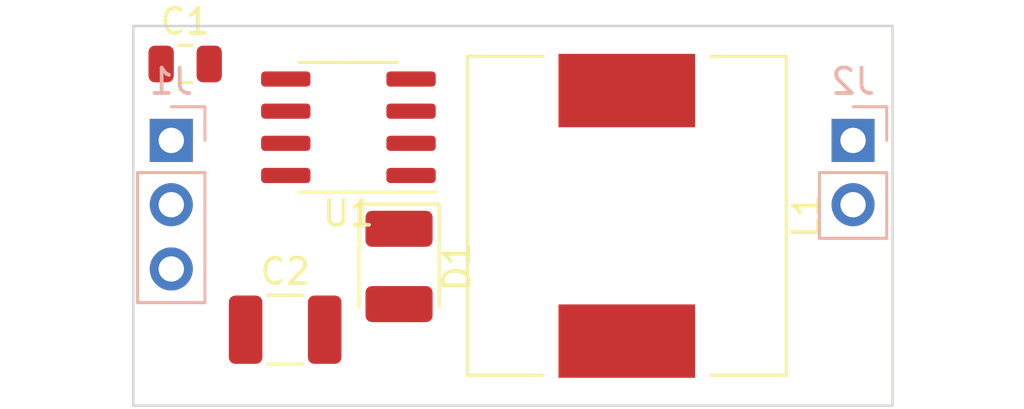
<source format=kicad_pcb>
(kicad_pcb (version 20210824) (generator pcbnew)
  (layers (0 "F.Cu" signal) (31 "B.Cu" signal) (34 "B.Paste" user) (35 "F.Paste" user) (36 "B.SilkS" user "B.Silkscreen") (37 "F.SilkS" user "F.Silkscreen") (38 "B.Mask" user) (39 "F.Mask" user) (44 "Edge.Cuts" user))
  (net 0 "")
  (net 1 "/VIN")
  (net 2 "GND")
  (net 3 "/VOUT")
  (net 4 "/SW")
  (footprint "Capacitor_SMD:C_1210_3225Metric_Pad1.33x2.70mm_HandSolder" (layer "F.Cu") (at 132.5 104)
    (fp_text reference "C2" (at 0 -2.3) (layer "F.SilkS"))
    (fp_text value "22uF 16V")
    (fp_line (start -0.711252 1.36) (end 0.711252 1.36) (layer "F.SilkS") (width 0.12))
    (fp_line (start -0.711252 -1.36) (end 0.711252 -1.36) (layer "F.SilkS") (width 0.12))
    (pad "1" smd roundrect locked (at -1.5625 0) (size 1.325 2.7) (layers "F.Cu" "F.Paste" "F.Mask") (roundrect_rratio 0.188679) (net 3 "/VOUT"))
    (pad "2" smd roundrect locked (at 1.5625 0) (size 1.325 2.7) (layers "F.Cu" "F.Paste" "F.Mask") (roundrect_rratio 0.188679) (net 2 "GND"))
  )
  (footprint "Capacitor_SMD:C_0805_2012Metric" (layer "F.Cu") (at 128.55 93.5)
    (fp_text reference "C1" (at 0 -1.68) (layer "F.SilkS"))
    (fp_text value "100nF 50V")
    (fp_line (start -0.261252 -0.735) (end 0.261252 -0.735) (layer "F.SilkS") (width 0.12))
    (fp_line (start -0.261252 0.735) (end 0.261252 0.735) (layer "F.SilkS") (width 0.12))
    (pad "1" smd roundrect locked (at -0.95 0) (size 1 1.45) (layers "F.Cu" "F.Paste" "F.Mask") (net 1 "/VIN"))
    (pad "2" smd roundrect locked (at 0.95 0) (size 1 1.45) (layers "F.Cu" "F.Paste" "F.Mask") (net 2 "GND"))
  )
  (footprint "Diode_SMD:D_1210_3225Metric_Pad1.42x2.65mm_HandSolder" (layer "F.Cu") (at 137 101.5 -90)
    (fp_text reference "D1" (at 0 -2.28 90) (layer "F.SilkS"))
    (fp_text value "D_Schottky")
    (fp_line (start 1.6 -1.585) (end -2.46 -1.585) (layer "F.SilkS") (width 0.12))
    (fp_line (start -2.46 -1.585) (end -2.46 1.585) (layer "F.SilkS") (width 0.12))
    (fp_line (start -2.46 1.585) (end 1.6 1.585) (layer "F.SilkS") (width 0.12))
    (pad "1" smd roundrect locked (at -1.4875 0 270) (size 1.425 2.65) (layers "F.Cu" "F.Paste" "F.Mask") (roundrect_rratio 0.175439) (net 4 "/SW"))
    (pad "2" smd roundrect locked (at 1.4875 0 270) (size 1.425 2.65) (layers "F.Cu" "F.Paste" "F.Mask") (roundrect_rratio 0.175439) (net 2 "GND"))
  )
  (footprint "Inductor_SMD:L_12x12mm_H6mm" (layer "F.Cu") (at 146 99.5 -90)
    (fp_text reference "L1" (at 0 -7.1 -90) (layer "F.SilkS"))
    (fp_text value "68uH / 2A")
    (fp_line (start -6.3 -3.3) (end -6.3 -6.3) (layer "F.SilkS") (width 0.12))
    (fp_line (start 6.3 3.3) (end 6.3 6.3) (layer "F.SilkS") (width 0.12))
    (fp_line (start -6.3 -6.3) (end 6.3 -6.3) (layer "F.SilkS") (width 0.12))
    (fp_line (start -6.3 6.3) (end -6.3 3.3) (layer "F.SilkS") (width 0.12))
    (fp_line (start 6.3 6.3) (end -6.3 6.3) (layer "F.SilkS") (width 0.12))
    (fp_line (start 6.3 -6.3) (end 6.3 -3.3) (layer "F.SilkS") (width 0.12))
    (pad "1" smd rect locked (at -4.95 0 270) (size 2.9 5.4) (layers "F.Cu" "F.Paste" "F.Mask") (net 4 "/SW"))
    (pad "2" smd rect locked (at 4.95 0 270) (size 2.9 5.4) (layers "F.Cu" "F.Paste" "F.Mask") (net 3 "/VOUT"))
  )
  (footprint "Package_SO:SOIC-8_3.9x4.9mm_P1.27mm" (layer "F.Cu") (at 135 96 180)
    (fp_text reference "U1" (at 0 -3.4) (layer "F.SilkS"))
    (fp_text value "XL1509-5.0E1")
    (fp_line (start 0 2.56) (end -1.95 2.56) (layer "F.SilkS") (width 0.12))
    (fp_line (start 0 2.56) (end 1.95 2.56) (layer "F.SilkS") (width 0.12))
    (fp_line (start 0 -2.56) (end 1.95 -2.56) (layer "F.SilkS") (width 0.12))
    (fp_line (start 0 -2.56) (end -3.45 -2.56) (layer "F.SilkS") (width 0.12))
    (pad "1" smd roundrect locked (at -2.475 -1.905 180) (size 1.95 0.6) (layers "F.Cu" "F.Paste" "F.Mask") (net 1 "/VIN"))
    (pad "2" smd roundrect locked (at -2.475 -0.635 180) (size 1.95 0.6) (layers "F.Cu" "F.Paste" "F.Mask") (net 4 "/SW"))
    (pad "3" smd roundrect locked (at -2.475 0.635 180) (size 1.95 0.6) (layers "F.Cu" "F.Paste" "F.Mask") (net 3 "/VOUT"))
    (pad "4" smd roundrect locked (at -2.475 1.905 180) (size 1.95 0.6) (layers "F.Cu" "F.Paste" "F.Mask"))
    (pad "5" smd roundrect locked (at 2.475 1.905 180) (size 1.95 0.6) (layers "F.Cu" "F.Paste" "F.Mask") (net 2 "GND"))
    (pad "6" smd roundrect locked (at 2.475 0.635 180) (size 1.95 0.6) (layers "F.Cu" "F.Paste" "F.Mask") (net 2 "GND"))
    (pad "7" smd roundrect locked (at 2.475 -0.635 180) (size 1.95 0.6) (layers "F.Cu" "F.Paste" "F.Mask") (net 2 "GND"))
    (pad "8" smd roundrect locked (at 2.475 -1.905 180) (size 1.95 0.6) (layers "F.Cu" "F.Paste" "F.Mask") (net 2 "GND"))
  )
  (footprint "Connector_PinHeader_2.54mm:PinHeader_1x03_P2.54mm_Vertical" (layer "B.Cu") (at 128 96.52 180)
    (fp_text reference "J1" (at 0 2.33) (layer "B.SilkS") (effects (justify mirror)))
    (fp_text value "Conn_01x03_Male")
    (fp_line (start -1.33 0) (end -1.33 1.33) (layer "B.SilkS") (width 0.12))
    (fp_line (start -1.33 -1.27) (end -1.33 -6.41) (layer "B.SilkS") (width 0.12))
    (fp_line (start -1.33 1.33) (end 0 1.33) (layer "B.SilkS") (width 0.12))
    (fp_line (start -1.33 -6.41) (end 1.33 -6.41) (layer "B.SilkS") (width 0.12))
    (fp_line (start 1.33 -1.27) (end 1.33 -6.41) (layer "B.SilkS") (width 0.12))
    (fp_line (start -1.33 -1.27) (end 1.33 -1.27) (layer "B.SilkS") (width 0.12))
    (pad "1" thru_hole rect locked (at 0 0 180) (size 1.7 1.7) (drill 1) (layers *.Cu *.Mask) (net 1 "/VIN"))
    (pad "2" thru_hole oval locked (at 0 -2.54 180) (size 1.7 1.7) (drill 1) (layers *.Cu *.Mask) (net 2 "GND"))
    (pad "3" thru_hole oval locked (at 0 -5.08 180) (size 1.7 1.7) (drill 1) (layers *.Cu *.Mask) (net 3 "/VOUT"))
  )
  (footprint "Connector_PinHeader_2.54mm:PinHeader_1x02_P2.54mm_Vertical" (layer "B.Cu") (at 154.94 96.52 180)
    (fp_text reference "J2" (at 0 2.33) (layer "B.SilkS") (effects (justify mirror)))
    (fp_text value "Conn_01x02_Male")
    (fp_line (start -1.33 -1.27) (end -1.33 -3.87) (layer "B.SilkS") (width 0.12))
    (fp_line (start -1.33 -1.27) (end 1.33 -1.27) (layer "B.SilkS") (width 0.12))
    (fp_line (start -1.33 -3.87) (end 1.33 -3.87) (layer "B.SilkS") (width 0.12))
    (fp_line (start 1.33 -1.27) (end 1.33 -3.87) (layer "B.SilkS") (width 0.12))
    (fp_line (start -1.33 1.33) (end 0 1.33) (layer "B.SilkS") (width 0.12))
    (fp_line (start -1.33 0) (end -1.33 1.33) (layer "B.SilkS") (width 0.12))
    (pad "1" thru_hole rect locked (at 0 0 180) (size 1.7 1.7) (drill 1) (layers *.Cu *.Mask) (net 3 "/VOUT"))
    (pad "2" thru_hole oval locked (at 0 -2.54 180) (size 1.7 1.7) (drill 1) (layers *.Cu *.Mask))
  )
  (gr_rect (start 126.5 92) (end 156.5 107) (layer "Edge.Cuts") (width 0.1) (fill none))
)
</source>
